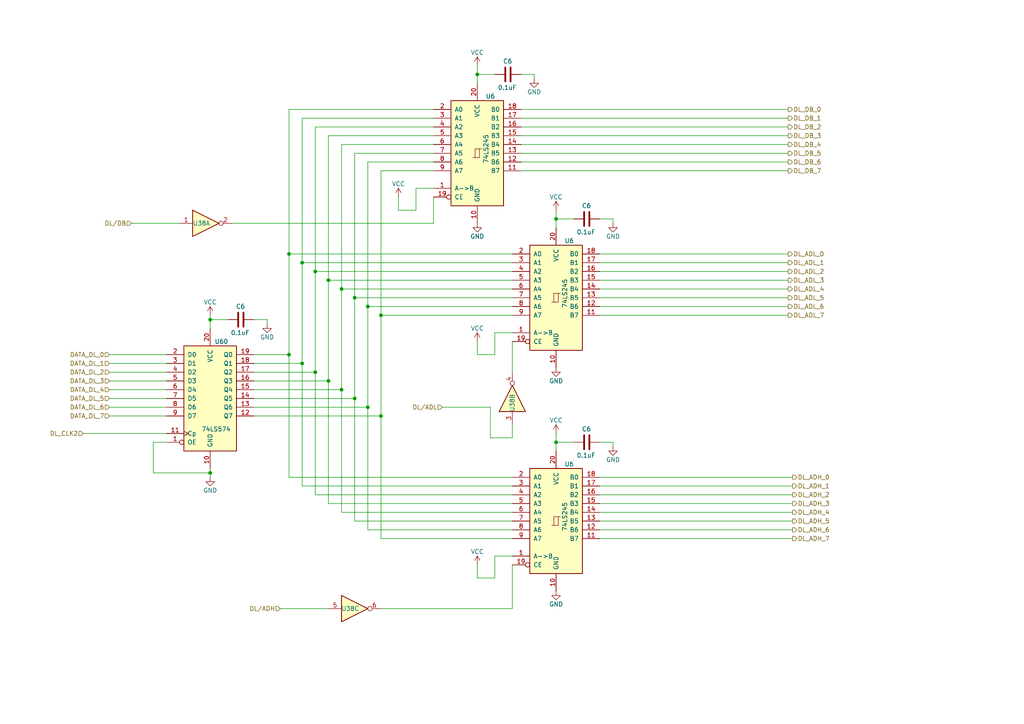
<source format=kicad_sch>
(kicad_sch (version 20230121) (generator eeschema)
  (paper "A4")
  (lib_symbols
    (symbol "74xx:74LS04"
      (property "Reference" "U" (at 0 1.27 0))
      (property "Value" "74LS04" (at 0 -1.27 0))
      (symbol "74LS04_1_0"
        (polyline (pts (xy -3.81 3.81) (xy -3.81 -3.81) (xy 3.81 0) (xy -3.81 3.81)) (stroke (width 0.254)) (fill (type background)))
        (pin input line (at -7.62 0 0) (length 3.81) (name "~") (number "1"))
        (pin output inverted (at 7.62 0 180) (length 3.81) (name "~") (number "2"))
      )
      (symbol "74LS04_2_0"
        (polyline (pts (xy -3.81 3.81) (xy -3.81 -3.81) (xy 3.81 0) (xy -3.81 3.81)) (stroke (width 0.254)) (fill (type background)))
        (pin input line (at -7.62 0 0) (length 3.81) (name "~") (number "3"))
        (pin output inverted (at 7.62 0 180) (length 3.81) (name "~") (number "4"))
      )
      (symbol "74LS04_3_0"
        (polyline (pts (xy -3.81 3.81) (xy -3.81 -3.81) (xy 3.81 0) (xy -3.81 3.81)) (stroke (width 0.254)) (fill (type background)))
        (pin input line (at -7.62 0 0) (length 3.81) (name "~") (number "5"))
        (pin output inverted (at 7.62 0 180) (length 3.81) (name "~") (number "6"))
      )
      (symbol "74LS04_4_0"
        (polyline (pts (xy -3.81 3.81) (xy -3.81 -3.81) (xy 3.81 0) (xy -3.81 3.81)) (stroke (width 0.254)) (fill (type background)))
        (pin output inverted (at 7.62 0 180) (length 3.81) (name "~") (number "8"))
        (pin input line (at -7.62 0 0) (length 3.81) (name "~") (number "9"))
      )
      (symbol "74LS04_5_0"
        (polyline (pts (xy -3.81 3.81) (xy -3.81 -3.81) (xy 3.81 0) (xy -3.81 3.81)) (stroke (width 0.254)) (fill (type background)))
        (pin output inverted (at 7.62 0 180) (length 3.81) (name "~") (number "10"))
        (pin input line (at -7.62 0 0) (length 3.81) (name "~") (number "11"))
      )
      (symbol "74LS04_6_0"
        (polyline (pts (xy -3.81 3.81) (xy -3.81 -3.81) (xy 3.81 0) (xy -3.81 3.81)) (stroke (width 0.254)) (fill (type background)))
        (pin output inverted (at 7.62 0 180) (length 3.81) (name "~") (number "12"))
        (pin input line (at -7.62 0 0) (length 3.81) (name "~") (number "13"))
      )
      (symbol "74LS04_7_0"
        (pin power_in line (at 0 12.7 270) (length 5.08) (name "VCC") (number "14"))
        (pin power_in line (at 0 -12.7 90) (length 5.08) (name "GND") (number "7"))
      )
      (symbol "74LS04_7_1"
        (rectangle (start -5.08 7.62) (end 5.08 -7.62) (stroke (width 0.254)) (fill (type background)))
      )
    )
    (symbol "74xx:74LS245" (pin_names (offset 1.016))
      (property "Reference" "U" (at -7.62 16.51 0))
      (property "Value" "74LS245" (at -7.62 -16.51 0))
      (symbol "74LS245_1_0"
        (polyline (pts (xy -0.635 -1.27) (xy -0.635 1.27) (xy 0.635 1.27)))
        (polyline (pts (xy -1.27 -1.27) (xy 0.635 -1.27) (xy 0.635 1.27) (xy 1.27 1.27)))
        (pin input line (at -12.7 -10.16 0) (length 5.08) (name "A->B") (number "1"))
        (pin power_in line (at 0 -20.32 90) (length 5.08) (name "GND") (number "10"))
        (pin tri_state line (at 12.7 -5.08 180) (length 5.08) (name "B7") (number "11"))
        (pin tri_state line (at 12.7 -2.54 180) (length 5.08) (name "B6") (number "12"))
        (pin tri_state line (at 12.7 0 180) (length 5.08) (name "B5") (number "13"))
        (pin tri_state line (at 12.7 2.54 180) (length 5.08) (name "B4") (number "14"))
        (pin tri_state line (at 12.7 5.08 180) (length 5.08) (name "B3") (number "15"))
        (pin tri_state line (at 12.7 7.62 180) (length 5.08) (name "B2") (number "16"))
        (pin tri_state line (at 12.7 10.16 180) (length 5.08) (name "B1") (number "17"))
        (pin tri_state line (at 12.7 12.7 180) (length 5.08) (name "B0") (number "18"))
        (pin input inverted (at -12.7 -12.7 0) (length 5.08) (name "CE") (number "19"))
        (pin tri_state line (at -12.7 12.7 0) (length 5.08) (name "A0") (number "2"))
        (pin power_in line (at 0 20.32 270) (length 5.08) (name "VCC") (number "20"))
        (pin tri_state line (at -12.7 10.16 0) (length 5.08) (name "A1") (number "3"))
        (pin tri_state line (at -12.7 7.62 0) (length 5.08) (name "A2") (number "4"))
        (pin tri_state line (at -12.7 5.08 0) (length 5.08) (name "A3") (number "5"))
        (pin tri_state line (at -12.7 2.54 0) (length 5.08) (name "A4") (number "6"))
        (pin tri_state line (at -12.7 0 0) (length 5.08) (name "A5") (number "7"))
        (pin tri_state line (at -12.7 -2.54 0) (length 5.08) (name "A6") (number "8"))
        (pin tri_state line (at -12.7 -5.08 0) (length 5.08) (name "A7") (number "9"))
      )
      (symbol "74LS245_1_1"
        (rectangle (start -7.62 15.24) (end 7.62 -15.24) (stroke (width 0.254)) (fill (type background)))
      )
    )
    (symbol "74xx:74LS574" (pin_names (offset 1.016))
      (property "Reference" "U" (at -7.62 16.51 0))
      (property "Value" "74LS574" (at -7.62 -16.51 0))
      (symbol "74LS574_1_0"
        (pin input inverted (at -12.7 -12.7 0) (length 5.08) (name "OE") (number "1"))
        (pin power_in line (at 0 -20.32 90) (length 5.08) (name "GND") (number "10"))
        (pin input clock (at -12.7 -10.16 0) (length 5.08) (name "Cp") (number "11"))
        (pin tri_state line (at 12.7 -5.08 180) (length 5.08) (name "Q7") (number "12"))
        (pin tri_state line (at 12.7 -2.54 180) (length 5.08) (name "Q6") (number "13"))
        (pin tri_state line (at 12.7 0 180) (length 5.08) (name "Q5") (number "14"))
        (pin tri_state line (at 12.7 2.54 180) (length 5.08) (name "Q4") (number "15"))
        (pin tri_state line (at 12.7 5.08 180) (length 5.08) (name "Q3") (number "16"))
        (pin tri_state line (at 12.7 7.62 180) (length 5.08) (name "Q2") (number "17"))
        (pin tri_state line (at 12.7 10.16 180) (length 5.08) (name "Q1") (number "18"))
        (pin tri_state line (at 12.7 12.7 180) (length 5.08) (name "Q0") (number "19"))
        (pin input line (at -12.7 12.7 0) (length 5.08) (name "D0") (number "2"))
        (pin power_in line (at 0 20.32 270) (length 5.08) (name "VCC") (number "20"))
        (pin input line (at -12.7 10.16 0) (length 5.08) (name "D1") (number "3"))
        (pin input line (at -12.7 7.62 0) (length 5.08) (name "D2") (number "4"))
        (pin input line (at -12.7 5.08 0) (length 5.08) (name "D3") (number "5"))
        (pin input line (at -12.7 2.54 0) (length 5.08) (name "D4") (number "6"))
        (pin input line (at -12.7 0 0) (length 5.08) (name "D5") (number "7"))
        (pin input line (at -12.7 -2.54 0) (length 5.08) (name "D6") (number "8"))
        (pin input line (at -12.7 -5.08 0) (length 5.08) (name "D7") (number "9"))
      )
      (symbol "74LS574_1_1"
        (rectangle (start -7.62 15.24) (end 7.62 -15.24) (stroke (width 0.254)) (fill (type background)))
      )
    )
    (symbol "Device:C" (pin_numbers hide) (pin_names (offset 0.254))
      (property "Reference" "C" (at 0.635 2.54 0))
      (property "Value" "C" (at 0.635 -2.54 0))
      (symbol "C_0_1"
        (polyline (pts (xy -2.032 -0.762) (xy 2.032 -0.762)) (stroke (width 0.508)))
        (polyline (pts (xy -2.032 0.762) (xy 2.032 0.762)) (stroke (width 0.508)))
      )
      (symbol "C_1_1"
        (pin passive line (at 0 3.81 270) (length 2.794) (name "~") (number "1"))
        (pin passive line (at 0 -3.81 90) (length 2.794) (name "~") (number "2"))
      )
    )
    (symbol "power:GND" (power) (pin_names (offset 0))
      (property "Value" "GND" (at 0 -3.81 0))
      (symbol "GND_0_1"
        (polyline (pts (xy 0 0) (xy 0 -1.27) (xy 1.27 -1.27) (xy 0 -2.54) (xy -1.27 -1.27) (xy 0 -1.27)))
      )
      (symbol "GND_1_1"
        (pin power_in line (at 0 0 270) (length 0) hide (name "GND") (number "1"))
      )
    )
    (symbol "power:VCC" (power) (pin_names (offset 0))
      (property "Value" "VCC" (at 0 3.81 0))
      (symbol "VCC_0_1"
        (polyline (pts (xy -0.762 1.27) (xy 0 2.54)))
        (polyline (pts (xy 0 0) (xy 0 2.54)))
        (polyline (pts (xy 0 2.54) (xy 0.762 1.27)))
      )
      (symbol "VCC_1_1"
        (pin power_in line (at 0 0 90) (length 0) hide (name "VCC") (number "1"))
      )
    )
  )
  (junction (at 102.87 115.57))
  (junction (at 99.06 113.03))
  (junction (at 83.82 102.87))
  (junction (at 91.44 78.74))
  (junction (at 91.44 107.95))
  (junction (at 83.82 73.66))
  (junction (at 106.68 118.11))
  (junction (at 99.06 83.82))
  (junction (at 161.29 128.27))
  (junction (at 60.96 92.71))
  (junction (at 161.29 63.5))
  (junction (at 95.25 110.49))
  (junction (at 110.49 120.65))
  (junction (at 102.87 86.36))
  (junction (at 106.68 88.9))
  (junction (at 87.63 76.2))
  (junction (at 87.63 105.41))
  (junction (at 138.43 21.59))
  (junction (at 95.25 81.28))
  (junction (at 110.49 91.44))
  (junction (at 60.96 137.16))
  (wire (pts (xy 138.43 21.59) (xy 138.43 24.13)))
  (wire (pts (xy 151.13 39.37) (xy 228.6 39.37)))
  (wire (pts (xy 138.43 19.05) (xy 138.43 21.59)))
  (wire (pts (xy 142.24 118.11) (xy 142.24 127)))
  (wire (pts (xy 83.82 73.66) (xy 83.82 102.87)))
  (wire (pts (xy 151.13 49.53) (xy 228.6 49.53)))
  (wire (pts (xy 125.73 31.75) (xy 83.82 31.75)))
  (wire (pts (xy 173.99 153.67) (xy 229.87 153.67)))
  (wire (pts (xy 125.73 44.45) (xy 102.87 44.45)))
  (wire (pts (xy 99.06 148.59) (xy 148.59 148.59)))
  (wire (pts (xy 161.29 128.27) (xy 161.29 130.81)))
  (wire (pts (xy 95.25 81.28) (xy 95.25 110.49)))
  (wire (pts (xy 161.29 60.96) (xy 161.29 63.5)))
  (wire (pts (xy 151.13 44.45) (xy 228.6 44.45)))
  (wire (pts (xy 106.68 88.9) (xy 106.68 46.99)))
  (wire (pts (xy 138.43 102.87) (xy 143.51 102.87)))
  (wire (pts (xy 73.66 110.49) (xy 95.25 110.49)))
  (wire (pts (xy 142.24 127) (xy 148.59 127)))
  (wire (pts (xy 173.99 128.27) (xy 177.8 128.27)))
  (wire (pts (xy 67.31 64.77) (xy 125.73 64.77)))
  (wire (pts (xy 151.13 36.83) (xy 228.6 36.83)))
  (wire (pts (xy 99.06 113.03) (xy 99.06 148.59)))
  (wire (pts (xy 125.73 64.77) (xy 125.73 57.15)))
  (wire (pts (xy 173.99 143.51) (xy 229.87 143.51)))
  (wire (pts (xy 173.99 156.21) (xy 229.87 156.21)))
  (wire (pts (xy 173.99 140.97) (xy 229.87 140.97)))
  (wire (pts (xy 115.57 57.15) (xy 115.57 60.96)))
  (wire (pts (xy 151.13 41.91) (xy 228.6 41.91)))
  (wire (pts (xy 173.99 78.74) (xy 228.6 78.74)))
  (wire (pts (xy 87.63 76.2) (xy 148.59 76.2)))
  (wire (pts (xy 99.06 83.82) (xy 99.06 113.03)))
  (wire (pts (xy 31.75 120.65) (xy 48.26 120.65)))
  (wire (pts (xy 161.29 63.5) (xy 166.37 63.5)))
  (wire (pts (xy 151.13 21.59) (xy 154.94 21.59)))
  (wire (pts (xy 73.66 118.11) (xy 106.68 118.11)))
  (wire (pts (xy 102.87 115.57) (xy 102.87 151.13)))
  (wire (pts (xy 110.49 156.21) (xy 148.59 156.21)))
  (wire (pts (xy 83.82 73.66) (xy 148.59 73.66)))
  (wire (pts (xy 91.44 36.83) (xy 91.44 78.74)))
  (wire (pts (xy 148.59 127) (xy 148.59 123.19)))
  (wire (pts (xy 83.82 31.75) (xy 83.82 73.66)))
  (wire (pts (xy 110.49 176.53) (xy 148.59 176.53)))
  (wire (pts (xy 87.63 76.2) (xy 87.63 34.29)))
  (wire (pts (xy 48.26 128.27) (xy 44.45 128.27)))
  (wire (pts (xy 143.51 161.29) (xy 148.59 161.29)))
  (wire (pts (xy 173.99 73.66) (xy 228.6 73.66)))
  (wire (pts (xy 138.43 167.64) (xy 143.51 167.64)))
  (wire (pts (xy 143.51 96.52) (xy 148.59 96.52)))
  (wire (pts (xy 161.29 125.73) (xy 161.29 128.27)))
  (wire (pts (xy 31.75 118.11) (xy 48.26 118.11)))
  (wire (pts (xy 173.99 148.59) (xy 229.87 148.59)))
  (wire (pts (xy 95.25 110.49) (xy 95.25 146.05)))
  (wire (pts (xy 102.87 151.13) (xy 148.59 151.13)))
  (wire (pts (xy 99.06 41.91) (xy 99.06 83.82)))
  (wire (pts (xy 125.73 36.83) (xy 91.44 36.83)))
  (wire (pts (xy 31.75 110.49) (xy 48.26 110.49)))
  (wire (pts (xy 173.99 151.13) (xy 229.87 151.13)))
  (wire (pts (xy 44.45 137.16) (xy 60.96 137.16)))
  (wire (pts (xy 60.96 138.43) (xy 60.96 137.16)))
  (wire (pts (xy 31.75 107.95) (xy 48.26 107.95)))
  (wire (pts (xy 154.94 21.59) (xy 154.94 22.86)))
  (wire (pts (xy 143.51 102.87) (xy 143.51 96.52)))
  (wire (pts (xy 31.75 115.57) (xy 48.26 115.57)))
  (wire (pts (xy 173.99 63.5) (xy 177.8 63.5)))
  (wire (pts (xy 73.66 102.87) (xy 83.82 102.87)))
  (wire (pts (xy 120.65 54.61) (xy 125.73 54.61)))
  (wire (pts (xy 173.99 83.82) (xy 228.6 83.82)))
  (wire (pts (xy 60.96 137.16) (xy 60.96 135.89)))
  (wire (pts (xy 106.68 88.9) (xy 106.68 118.11)))
  (wire (pts (xy 31.75 102.87) (xy 48.26 102.87)))
  (wire (pts (xy 24.13 125.73) (xy 48.26 125.73)))
  (wire (pts (xy 91.44 107.95) (xy 91.44 143.51)))
  (wire (pts (xy 173.99 91.44) (xy 228.6 91.44)))
  (wire (pts (xy 173.99 138.43) (xy 229.87 138.43)))
  (wire (pts (xy 77.47 92.71) (xy 77.47 93.98)))
  (wire (pts (xy 138.43 163.83) (xy 138.43 167.64)))
  (wire (pts (xy 83.82 102.87) (xy 83.82 138.43)))
  (wire (pts (xy 177.8 128.27) (xy 177.8 129.54)))
  (wire (pts (xy 95.25 81.28) (xy 148.59 81.28)))
  (wire (pts (xy 106.68 118.11) (xy 106.68 153.67)))
  (wire (pts (xy 44.45 128.27) (xy 44.45 137.16)))
  (wire (pts (xy 106.68 46.99) (xy 125.73 46.99)))
  (wire (pts (xy 99.06 83.82) (xy 148.59 83.82)))
  (wire (pts (xy 73.66 120.65) (xy 110.49 120.65)))
  (wire (pts (xy 87.63 76.2) (xy 87.63 105.41)))
  (wire (pts (xy 31.75 105.41) (xy 48.26 105.41)))
  (wire (pts (xy 120.65 60.96) (xy 120.65 54.61)))
  (wire (pts (xy 106.68 88.9) (xy 148.59 88.9)))
  (wire (pts (xy 161.29 128.27) (xy 166.37 128.27)))
  (wire (pts (xy 128.27 118.11) (xy 142.24 118.11)))
  (wire (pts (xy 173.99 81.28) (xy 228.6 81.28)))
  (wire (pts (xy 177.8 63.5) (xy 177.8 64.77)))
  (wire (pts (xy 102.87 86.36) (xy 102.87 115.57)))
  (wire (pts (xy 87.63 34.29) (xy 125.73 34.29)))
  (wire (pts (xy 91.44 143.51) (xy 148.59 143.51)))
  (wire (pts (xy 138.43 99.06) (xy 138.43 102.87)))
  (wire (pts (xy 73.66 92.71) (xy 77.47 92.71)))
  (wire (pts (xy 102.87 86.36) (xy 148.59 86.36)))
  (wire (pts (xy 173.99 88.9) (xy 228.6 88.9)))
  (wire (pts (xy 148.59 153.67) (xy 106.68 153.67)))
  (wire (pts (xy 173.99 146.05) (xy 229.87 146.05)))
  (wire (pts (xy 73.66 115.57) (xy 102.87 115.57)))
  (wire (pts (xy 60.96 91.44) (xy 60.96 92.71)))
  (wire (pts (xy 60.96 92.71) (xy 60.96 95.25)))
  (wire (pts (xy 173.99 76.2) (xy 228.6 76.2)))
  (wire (pts (xy 151.13 34.29) (xy 228.6 34.29)))
  (wire (pts (xy 91.44 78.74) (xy 91.44 107.95)))
  (wire (pts (xy 60.96 92.71) (xy 66.04 92.71)))
  (wire (pts (xy 148.59 99.06) (xy 148.59 107.95)))
  (wire (pts (xy 148.59 176.53) (xy 148.59 163.83)))
  (wire (pts (xy 73.66 113.03) (xy 99.06 113.03)))
  (wire (pts (xy 138.43 21.59) (xy 143.51 21.59)))
  (wire (pts (xy 125.73 41.91) (xy 99.06 41.91)))
  (wire (pts (xy 102.87 44.45) (xy 102.87 86.36)))
  (wire (pts (xy 173.99 86.36) (xy 228.6 86.36)))
  (wire (pts (xy 91.44 78.74) (xy 148.59 78.74)))
  (wire (pts (xy 161.29 63.5) (xy 161.29 66.04)))
  (wire (pts (xy 143.51 167.64) (xy 143.51 161.29)))
  (wire (pts (xy 73.66 105.41) (xy 87.63 105.41)))
  (wire (pts (xy 125.73 49.53) (xy 110.49 49.53)))
  (wire (pts (xy 110.49 120.65) (xy 110.49 156.21)))
  (wire (pts (xy 151.13 31.75) (xy 228.6 31.75)))
  (wire (pts (xy 110.49 91.44) (xy 110.49 120.65)))
  (wire (pts (xy 110.49 49.53) (xy 110.49 91.44)))
  (wire (pts (xy 110.49 91.44) (xy 148.59 91.44)))
  (wire (pts (xy 95.25 81.28) (xy 95.25 39.37)))
  (wire (pts (xy 73.66 107.95) (xy 91.44 107.95)))
  (wire (pts (xy 87.63 105.41) (xy 87.63 140.97)))
  (wire (pts (xy 38.1 64.77) (xy 52.07 64.77)))
  (wire (pts (xy 148.59 140.97) (xy 87.63 140.97)))
  (wire (pts (xy 151.13 46.99) (xy 228.6 46.99)))
  (wire (pts (xy 148.59 146.05) (xy 95.25 146.05)))
  (wire (pts (xy 83.82 138.43) (xy 148.59 138.43)))
  (wire (pts (xy 31.75 113.03) (xy 48.26 113.03)))
  (wire (pts (xy 95.25 39.37) (xy 125.73 39.37)))
  (wire (pts (xy 81.28 176.53) (xy 95.25 176.53)))
  (wire (pts (xy 115.57 60.96) (xy 120.65 60.96)))
  (hierarchical_label "DL_ADL_4" (shape output) (at 228.6 83.82 0))
  (hierarchical_label "DL_ADL_5" (shape output) (at 228.6 86.36 0))
  (hierarchical_label "DATA_DL_2" (shape input) (at 31.75 107.95 180))
  (hierarchical_label "DL_ADL_6" (shape output) (at 228.6 88.9 0))
  (hierarchical_label "DL_CLK2" (shape input) (at 24.13 125.73 180))
  (hierarchical_label "DL_ADL_3" (shape output) (at 228.6 81.28 0))
  (hierarchical_label "DL_DB_1" (shape output) (at 228.6 34.29 0))
  (hierarchical_label "DL_DB_2" (shape output) (at 228.6 36.83 0))
  (hierarchical_label "DL_ADH_4" (shape output) (at 229.87 148.59 0))
  (hierarchical_label "DATA_DL_0" (shape input) (at 31.75 102.87 180))
  (hierarchical_label "DL_ADL_0" (shape output) (at 228.6 73.66 0))
  (hierarchical_label "DATA_DL_7" (shape input) (at 31.75 120.65 180))
  (hierarchical_label "DL_ADH_3" (shape output) (at 229.87 146.05 0))
  (hierarchical_label "DL_DB_6" (shape output) (at 228.6 46.99 0))
  (hierarchical_label "DL_ADH_6" (shape output) (at 229.87 153.67 0))
  (hierarchical_label "DL{slash}DB" (shape input) (at 38.1 64.77 180))
  (hierarchical_label "DL_DB_3" (shape output) (at 228.6 39.37 0))
  (hierarchical_label "DL_ADH_2" (shape output) (at 229.87 143.51 0))
  (hierarchical_label "DATA_DL_6" (shape input) (at 31.75 118.11 180))
  (hierarchical_label "DL_DB_7" (shape output) (at 228.6 49.53 0))
  (hierarchical_label "DL_ADL_7" (shape output) (at 228.6 91.44 0))
  (hierarchical_label "DATA_DL_5" (shape input) (at 31.75 115.57 180))
  (hierarchical_label "DL_DB_4" (shape output) (at 228.6 41.91 0))
  (hierarchical_label "DL_ADL_2" (shape output) (at 228.6 78.74 0))
  (hierarchical_label "DL_ADH_5" (shape output) (at 229.87 151.13 0))
  (hierarchical_label "DATA_DL_1" (shape input) (at 31.75 105.41 180))
  (hierarchical_label "DATA_DL_3" (shape input) (at 31.75 110.49 180))
  (hierarchical_label "DL_ADH_1" (shape output) (at 229.87 140.97 0))
  (hierarchical_label "DL_ADL_1" (shape output) (at 228.6 76.2 0))
  (hierarchical_label "DL_DB_0" (shape output) (at 228.6 31.75 0))
  (hierarchical_label "DATA_DL_4" (shape input) (at 31.75 113.03 180))
  (hierarchical_label "DL_ADH_7" (shape output) (at 229.87 156.21 0))
  (hierarchical_label "DL{slash}ADL" (shape input) (at 128.27 118.11 180))
  (hierarchical_label "DL_ADH_0" (shape output) (at 229.87 138.43 0))
  (hierarchical_label "DL{slash}ADH" (shape input) (at 81.28 176.53 180))
  (hierarchical_label "DL_DB_5" (shape output) (at 228.6 44.45 0))
  (symbol (lib_id "74xx:74LS04") (at 59.69 64.77 0) (unit 1)
    (property "Reference" "U38" (at 58.42 64.77 0))
    (property "Value" "74LS04" (effects hide))
    (property "Datasheet" "http://www.ti.com/lit/gpn/sn74LS04" (effects hide))
  )
  (symbol (lib_id "power:GND") (at 138.43 64.77 0) (unit 1)
    (property "Reference" "#PWR021" (effects hide))
    (property "Value" "GND" (at 138.43 68.58 0))
    (instances (project "8bit_CPU-V0_1" (path "" (reference "#PWR021") (unit 1)) (path "" (reference "#PWR042") (unit 1)) (path "" (reference "#PWR029") (unit 1)) (path "" (reference "#PWR075") (unit 1)) (path "" (reference "#PWR087") (unit 1)) (path "" (reference "#PWR095") (unit 1)) (path "" (reference "#PWR0115") (unit 1)) (path "" (reference "#PWR0267") (unit 1))))
  )
  (symbol (lib_id "74xx:74LS574") (at 60.96 115.57 0) (unit 1)
    (property "Reference" "U60" (at 62.23 99.06 0) (effects (justify left)))
    (property "Value" "74LS574" (at 58.42 124.46 0) (effects (justify left)))
    (property "Datasheet" "http://www.ti.com/lit/gpn/sn74LS574" (effects hide))
    (instances (project "8bit_CPU-V0_1" (path "" (reference "U60") (unit 1)) (path "" (reference "U62") (unit 1)) (path "" (reference "U79") (unit 1)) (path "" (reference "U80") (unit 1)) (path "" (reference "U93") (unit 1))))
  )
  (symbol (lib_id "power:VCC") (at 138.43 19.05 0) (unit 1)
    (property "Reference" "#PWR016" (effects hide))
    (property "Value" "VCC" (at 138.43 15.24 0))
    (instances (project "8bit_CPU-V0_1" (path "" (reference "#PWR016") (unit 1)) (path "" (reference "#PWR043") (unit 1)) (path "" (reference "#PWR064") (unit 1)) (path "" (reference "#PWR076") (unit 1)) (path "" (reference "#PWR088") (unit 1)) (path "" (reference "#PWR096") (unit 1)) (path "" (reference "#PWR0117") (unit 1)) (path "" (reference "#PWR0266") (unit 1))))
  )
  (symbol (lib_id "74xx:74LS04") (at 102.87 176.53 0) (unit 3)
    (property "Reference" "U38" (at 101.6 176.53 0))
    (property "Value" "74LS04" (effects hide))
    (property "Datasheet" "http://www.ti.com/lit/gpn/sn74LS04" (effects hide))
  )
  (symbol (lib_id "power:GND") (at 177.8 64.77 0) (unit 1)
    (property "Reference" "#PWR017" (effects hide))
    (property "Value" "GND" (at 177.8 68.58 0))
    (instances (project "8bit_CPU-V0_1" (path "" (reference "#PWR017") (unit 1)) (path "" (reference "#PWR044") (unit 1)) (path "" (reference "#PWR065") (unit 1)) (path "" (reference "#PWR077") (unit 1)) (path "" (reference "#PWR089") (unit 1)) (path "" (reference "#PWR097") (unit 1)) (path "" (reference "#PWR0119") (unit 1)) (path "" (reference "#PWR0272") (unit 1))))
  )
  (symbol (lib_id "Device:C") (at 170.18 63.5 90) (unit 1)
    (property "Reference" "C6" (at 171.45 59.69 90) (effects (justify left)))
    (property "Value" "0.1uF" (at 172.72 67.31 90) (effects (justify left)))
    (instances (project "8bit_CPU-V0_1" (path "" (reference "C6") (unit 1)) (path "" (reference "C16") (unit 1)) (path "" (reference "C13") (unit 1)) (path "" (reference "C26") (unit 1)) (path "" (reference "C31") (unit 1)) (path "" (reference "C33") (unit 1)) (path "" (reference "C37") (unit 1)) (path "" (reference "C81") (unit 1))))
  )
  (symbol (lib_id "power:VCC") (at 161.29 125.73 0) (unit 1)
    (property "Reference" "#PWR016" (effects hide))
    (property "Value" "VCC" (at 161.29 121.92 0))
    (instances (project "8bit_CPU-V0_1" (path "" (reference "#PWR016") (unit 1)) (path "" (reference "#PWR043") (unit 1)) (path "" (reference "#PWR064") (unit 1)) (path "" (reference "#PWR076") (unit 1)) (path "" (reference "#PWR088") (unit 1)) (path "" (reference "#PWR096") (unit 1)) (path "" (reference "#PWR0117") (unit 1)) (path "" (reference "#PWR0274") (unit 1))))
  )
  (symbol (lib_id "74xx:74LS245") (at 161.29 86.36 0) (unit 1)
    (property "Reference" "U6" (at 165.1 69.85 0))
    (property "Value" "74LS245" (at 163.83 85.09 90))
    (property "Datasheet" "http://www.ti.com/lit/gpn/sn74LS245" (effects hide))
    (instances (project "8bit_CPU-V0_1" (path "" (reference "U6") (unit 1)) (path "" (reference "U16") (unit 1)) (path "" (reference "U13") (unit 1)) (path "" (reference "U28") (unit 1)) (path "" (reference "U32") (unit 1)) (path "" (reference "U34") (unit 1)) (path "" (reference "U37") (unit 1)) (path "" (reference "U91") (unit 1))))
  )
  (symbol (lib_id "Device:C") (at 170.18 128.27 90) (unit 1)
    (property "Reference" "C6" (at 171.45 124.46 90) (effects (justify left)))
    (property "Value" "0.1uF" (at 172.72 132.08 90) (effects (justify left)))
    (instances (project "8bit_CPU-V0_1" (path "" (reference "C6") (unit 1)) (path "" (reference "C16") (unit 1)) (path "" (reference "C13") (unit 1)) (path "" (reference "C26") (unit 1)) (path "" (reference "C31") (unit 1)) (path "" (reference "C33") (unit 1)) (path "" (reference "C37") (unit 1)) (path "" (reference "C82") (unit 1))))
  )
  (symbol (lib_id "74xx:74LS245") (at 161.29 151.13 0) (unit 1)
    (property "Reference" "U6" (at 165.1 134.62 0))
    (property "Value" "74LS245" (at 163.83 149.86 90))
    (property "Datasheet" "http://www.ti.com/lit/gpn/sn74LS245" (effects hide))
    (instances (project "8bit_CPU-V0_1" (path "" (reference "U6") (unit 1)) (path "" (reference "U16") (unit 1)) (path "" (reference "U13") (unit 1)) (path "" (reference "U28") (unit 1)) (path "" (reference "U32") (unit 1)) (path "" (reference "U34") (unit 1)) (path "" (reference "U37") (unit 1)) (path "" (reference "U92") (unit 1))))
  )
  (symbol (lib_id "power:GND") (at 161.29 106.68 0) (unit 1)
    (property "Reference" "#PWR021" (effects hide))
    (property "Value" "GND" (at 161.29 110.49 0))
    (instances (project "8bit_CPU-V0_1" (path "" (reference "#PWR021") (unit 1)) (path "" (reference "#PWR042") (unit 1)) (path "" (reference "#PWR029") (unit 1)) (path "" (reference "#PWR075") (unit 1)) (path "" (reference "#PWR087") (unit 1)) (path "" (reference "#PWR095") (unit 1)) (path "" (reference "#PWR0115") (unit 1)) (path "" (reference "#PWR0271") (unit 1))))
  )
  (symbol (lib_id "power:VCC") (at 115.57 57.15 0) (unit 1)
    (property "Reference" "#PWR016" (effects hide))
    (property "Value" "VCC" (at 115.57 53.34 0))
    (instances (project "8bit_CPU-V0_1" (path "" (reference "#PWR016") (unit 1)) (path "" (reference "#PWR043") (unit 1)) (path "" (reference "#PWR064") (unit 1)) (path "" (reference "#PWR076") (unit 1)) (path "" (reference "#PWR088") (unit 1)) (path "" (reference "#PWR096") (unit 1)) (path "" (reference "#PWR0112") (unit 1)) (path "" (reference "#PWR0265") (unit 1))))
  )
  (symbol (lib_id "74xx:74LS04") (at 148.59 115.57 90) (unit 2)
    (property "Reference" "U38" (at 148.59 116.84 0))
    (property "Value" "74LS04" (effects hide))
    (property "Datasheet" "http://www.ti.com/lit/gpn/sn74LS04" (effects hide))
  )
  (symbol (lib_id "Device:C") (at 69.85 92.71 90) (unit 1)
    (property "Reference" "C6" (at 71.12 88.9 90) (effects (justify left)))
    (property "Value" "0.1uF" (at 72.39 96.52 90) (effects (justify left)))
    (instances (project "8bit_CPU-V0_1" (path "" (reference "C6") (unit 1)) (path "" (reference "C12") (unit 1)) (path "" (reference "C56") (unit 1)) (path "" (reference "C46") (unit 1)) (path "" (reference "C62") (unit 1)) (path "" (reference "C79") (unit 1)) (path "" (reference "C80") (unit 1)) (path "" (reference "C83") (unit 1))))
  )
  (symbol (lib_id "power:GND") (at 60.96 138.43 0) (unit 1)
    (property "Reference" "#PWR05" (effects hide))
    (property "Value" "GND" (at 60.96 142.24 0))
    (instances (project "8bit_CPU-V0_1" (path "" (reference "#PWR05") (unit 1)) (path "" (reference "#PWR029") (unit 1)) (path "" (reference "#PWR057") (unit 1)) (path "" (reference "#PWR0203") (unit 1)) (path "" (reference "#PWR0205") (unit 1)) (path "" (reference "#PWR0235") (unit 1)) (path "" (reference "#PWR0239") (unit 1)) (path "" (reference "#PWR0278") (unit 1))))
  )
  (symbol (lib_id "power:VCC") (at 60.96 91.44 0) (unit 1)
    (property "Reference" "#PWR016" (effects hide))
    (property "Value" "VCC" (at 60.96 87.63 0))
    (instances (project "8bit_CPU-V0_1" (path "" (reference "#PWR016") (unit 1)) (path "" (reference "#PWR035") (unit 1)) (path "" (reference "#PWR0158") (unit 1)) (path "" (reference "#PWR0194") (unit 1)) (path "" (reference "#PWR0208") (unit 1)) (path "" (reference "#PWR0234") (unit 1)) (path "" (reference "#PWR0238") (unit 1)) (path "" (reference "#PWR0277") (unit 1))))
  )
  (symbol (lib_id "power:VCC") (at 138.43 163.83 0) (unit 1)
    (property "Reference" "#PWR016" (effects hide))
    (property "Value" "VCC" (at 138.43 160.02 0))
    (instances (project "8bit_CPU-V0_1" (path "" (reference "#PWR016") (unit 1)) (path "" (reference "#PWR043") (unit 1)) (path "" (reference "#PWR064") (unit 1)) (path "" (reference "#PWR076") (unit 1)) (path "" (reference "#PWR088") (unit 1)) (path "" (reference "#PWR096") (unit 1)) (path "" (reference "#PWR0112") (unit 1)) (path "" (reference "#PWR0273") (unit 1))))
  )
  (symbol (lib_id "power:GND") (at 154.94 22.86 0) (unit 1)
    (property "Reference" "#PWR017" (effects hide))
    (property "Value" "GND" (at 154.94 26.67 0))
    (instances (project "8bit_CPU-V0_1" (path "" (reference "#PWR017") (unit 1)) (path "" (reference "#PWR044") (unit 1)) (path "" (reference "#PWR065") (unit 1)) (path "" (reference "#PWR077") (unit 1)) (path "" (reference "#PWR089") (unit 1)) (path "" (reference "#PWR097") (unit 1)) (path "" (reference "#PWR0119") (unit 1)) (path "" (reference "#PWR0268") (unit 1))))
  )
  (symbol (lib_id "power:VCC") (at 138.43 99.06 0) (unit 1)
    (property "Reference" "#PWR016" (effects hide))
    (property "Value" "VCC" (at 138.43 95.25 0))
    (instances (project "8bit_CPU-V0_1" (path "" (reference "#PWR016") (unit 1)) (path "" (reference "#PWR043") (unit 1)) (path "" (reference "#PWR064") (unit 1)) (path "" (reference "#PWR076") (unit 1)) (path "" (reference "#PWR088") (unit 1)) (path "" (reference "#PWR096") (unit 1)) (path "" (reference "#PWR0112") (unit 1)) (path "" (reference "#PWR0269") (unit 1))))
  )
  (symbol (lib_id "74xx:74LS245") (at 138.43 44.45 0) (unit 1)
    (property "Reference" "U6" (at 142.24 27.94 0))
    (property "Value" "74LS245" (at 140.97 43.18 90))
    (property "Datasheet" "http://www.ti.com/lit/gpn/sn74LS245" (effects hide))
    (instances (project "8bit_CPU-V0_1" (path "" (reference "U6") (unit 1)) (path "" (reference "U16") (unit 1)) (path "" (reference "U13") (unit 1)) (path "" (reference "U28") (unit 1)) (path "" (reference "U32") (unit 1)) (path "" (reference "U34") (unit 1)) (path "" (reference "U37") (unit 1)) (path "" (reference "U90") (unit 1))))
  )
  (symbol (lib_id "power:GND") (at 77.47 93.98 0) (unit 1)
    (property "Reference" "#PWR017" (effects hide))
    (property "Value" "GND" (at 77.47 97.79 0))
    (instances (project "8bit_CPU-V0_1" (path "" (reference "#PWR017") (unit 1)) (path "" (reference "#PWR038") (unit 1)) (path "" (reference "#PWR0160") (unit 1)) (path "" (reference "#PWR0193") (unit 1)) (path "" (reference "#PWR0209") (unit 1)) (path "" (reference "#PWR0236") (unit 1)) (path "" (reference "#PWR0240") (unit 1)) (path "" (reference "#PWR0279") (unit 1))))
  )
  (symbol (lib_id "power:VCC") (at 161.29 60.96 0) (unit 1)
    (property "Reference" "#PWR016" (effects hide))
    (property "Value" "VCC" (at 161.29 57.15 0))
    (instances (project "8bit_CPU-V0_1" (path "" (reference "#PWR016") (unit 1)) (path "" (reference "#PWR043") (unit 1)) (path "" (reference "#PWR064") (unit 1)) (path "" (reference "#PWR076") (unit 1)) (path "" (reference "#PWR088") (unit 1)) (path "" (reference "#PWR096") (unit 1)) (path "" (reference "#PWR0117") (unit 1)) (path "" (reference "#PWR0270") (unit 1))))
  )
  (symbol (lib_id "Device:C") (at 147.32 21.59 90) (unit 1)
    (property "Reference" "C6" (at 148.59 17.78 90) (effects (justify left)))
    (property "Value" "0.1uF" (at 149.86 25.4 90) (effects (justify left)))
    (instances (project "8bit_CPU-V0_1" (path "" (reference "C6") (unit 1)) (path "" (reference "C16") (unit 1)) (path "" (reference "C13") (unit 1)) (path "" (reference "C26") (unit 1)) (path "" (reference "C31") (unit 1)) (path "" (reference "C33") (unit 1)) (path "" (reference "C37") (unit 1)) (path "" (reference "C66") (unit 1))))
  )
  (symbol (lib_id "power:GND") (at 161.29 171.45 0) (unit 1)
    (property "Reference" "#PWR021" (effects hide))
    (property "Value" "GND" (at 161.29 175.26 0))
    (instances (project "8bit_CPU-V0_1" (path "" (reference "#PWR021") (unit 1)) (path "" (reference "#PWR042") (unit 1)) (path "" (reference "#PWR029") (unit 1)) (path "" (reference "#PWR075") (unit 1)) (path "" (reference "#PWR087") (unit 1)) (path "" (reference "#PWR095") (unit 1)) (path "" (reference "#PWR0115") (unit 1)) (path "" (reference "#PWR0275") (unit 1))))
  )
  (symbol (lib_id "power:GND") (at 177.8 129.54 0) (unit 1)
    (property "Reference" "#PWR017" (effects hide))
    (property "Value" "GND" (at 177.8 133.35 0))
    (instances (project "8bit_CPU-V0_1" (path "" (reference "#PWR017") (unit 1)) (path "" (reference "#PWR044") (unit 1)) (path "" (reference "#PWR065") (unit 1)) (path "" (reference "#PWR077") (unit 1)) (path "" (reference "#PWR089") (unit 1)) (path "" (reference "#PWR097") (unit 1)) (path "" (reference "#PWR0119") (unit 1)) (path "" (reference "#PWR0276") (unit 1))))
  )
)
</source>
